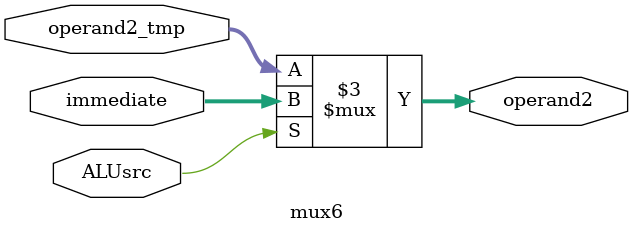
<source format=v>
`timescale 1ns / 1ps

module mux6 (
    input               ALUsrc,     // select signal
    input [31:0]        operand2_tmp,
    input [31:0]        immediate,
    output reg [31:0]   operand2      // 2st input of ALU
);

    always @(*) begin
        if (ALUsrc) begin
            operand2 = immediate;
        end else begin
            operand2 = operand2_tmp;
        end
    end

endmodule

</source>
